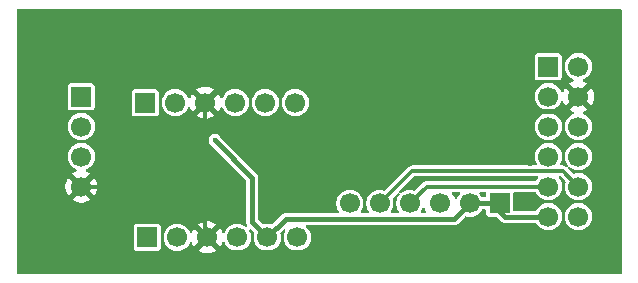
<source format=gbr>
%TF.GenerationSoftware,KiCad,Pcbnew,9.0.5*%
%TF.CreationDate,2025-11-06T16:03:36+09:00*%
%TF.ProjectId,________1,d6ecc3c9-dcfc-4c95-9f31-2e6b69636164,rev?*%
%TF.SameCoordinates,Original*%
%TF.FileFunction,Copper,L2,Bot*%
%TF.FilePolarity,Positive*%
%FSLAX46Y46*%
G04 Gerber Fmt 4.6, Leading zero omitted, Abs format (unit mm)*
G04 Created by KiCad (PCBNEW 9.0.5) date 2025-11-06 16:03:36*
%MOMM*%
%LPD*%
G01*
G04 APERTURE LIST*
%TA.AperFunction,ComponentPad*%
%ADD10R,1.700000X1.700000*%
%TD*%
%TA.AperFunction,ComponentPad*%
%ADD11C,1.700000*%
%TD*%
%TA.AperFunction,ViaPad*%
%ADD12C,0.450000*%
%TD*%
%TA.AperFunction,Conductor*%
%ADD13C,0.400000*%
%TD*%
%TA.AperFunction,Conductor*%
%ADD14C,0.300000*%
%TD*%
G04 APERTURE END LIST*
D10*
%TO.P,J2,1,Pin_1*%
%TO.N,/3V3_AS0*%
X140065000Y-92820000D03*
D11*
%TO.P,J2,2,Pin_2*%
X142605000Y-92820000D03*
%TO.P,J2,3,Pin_3*%
%TO.N,/DC_GND*%
X145145000Y-92820000D03*
%TO.P,J2,4,Pin_4*%
%TO.N,/SCL_AS1*%
X147685000Y-92820000D03*
%TO.P,J2,5,Pin_5*%
%TO.N,/SDA_AS1*%
X150225000Y-92820000D03*
%TO.P,J2,6,Pin_6*%
%TO.N,unconnected-(J2-Pin_6-Pad6)*%
X152765000Y-92820000D03*
%TD*%
%TO.P,J1,4,Pin_4*%
%TO.N,/DC_GND*%
X134650000Y-99930000D03*
%TO.P,J1,3,Pin_3*%
%TO.N,/SDA_AS1*%
X134650000Y-97390000D03*
%TO.P,J1,2,Pin_2*%
%TO.N,/3V3_AS0*%
X134650000Y-94850000D03*
D10*
%TO.P,J1,1,Pin_1*%
%TO.N,/SCL_AS1*%
X134650000Y-92310000D03*
%TD*%
D11*
%TO.P,J3,6,Pin_6*%
%TO.N,/MISO_SD1*%
X152930000Y-104230000D03*
%TO.P,J3,5,Pin_5*%
%TO.N,/3V3_AS0*%
X150390000Y-104230000D03*
%TO.P,J3,4,Pin_4*%
%TO.N,/CLK_SD1*%
X147850000Y-104230000D03*
%TO.P,J3,3,Pin_3*%
%TO.N,/DC_GND*%
X145310000Y-104230000D03*
%TO.P,J3,2,Pin_2*%
%TO.N,/MOSI_SD1*%
X142770000Y-104230000D03*
D10*
%TO.P,J3,1,Pin_1*%
%TO.N,/CS_SD1*%
X140230000Y-104230000D03*
%TD*%
%TO.P,J5,1,Pin_1*%
%TO.N,/SCL_AS1*%
X174190000Y-89770000D03*
D11*
%TO.P,J5,2,Pin_2*%
%TO.N,unconnected-(J5-Pin_2-Pad2)*%
X176730000Y-89770000D03*
%TO.P,J5,3,Pin_3*%
%TO.N,/SDA_AS1*%
X174190000Y-92310000D03*
%TO.P,J5,4,Pin_4*%
%TO.N,/DC_GND*%
X176730000Y-92310000D03*
%TO.P,J5,5,Pin_5*%
%TO.N,/CLK_SD1*%
X174190000Y-94850000D03*
%TO.P,J5,6,Pin_6*%
%TO.N,/MISO_SD1*%
X176730000Y-94850000D03*
%TO.P,J5,7,Pin_7*%
%TO.N,/MOSI_SD1*%
X174190000Y-97390000D03*
%TO.P,J5,8,Pin_8*%
%TO.N,unconnected-(J5-Pin_8-Pad8)*%
X176730000Y-97390000D03*
%TO.P,J5,9,Pin_9*%
%TO.N,/SCL_AS0*%
X174190000Y-99930000D03*
%TO.P,J5,10,Pin_10*%
%TO.N,/SDA_AS0*%
X176730000Y-99930000D03*
%TO.P,J5,11,Pin_11*%
%TO.N,/3V3_AS0*%
X174190000Y-102470000D03*
%TO.P,J5,12,Pin_12*%
%TO.N,/CS_SD1*%
X176730000Y-102470000D03*
%TD*%
D10*
%TO.P,J4,1,Pin_1*%
%TO.N,/3V3_AS0*%
X170075000Y-101350000D03*
D11*
%TO.P,J4,2,Pin_2*%
X167535000Y-101350000D03*
%TO.P,J4,3,Pin_3*%
%TO.N,/DC_GND*%
X164995000Y-101350000D03*
%TO.P,J4,4,Pin_4*%
%TO.N,/SCL_AS0*%
X162455000Y-101350000D03*
%TO.P,J4,5,Pin_5*%
%TO.N,/SDA_AS0*%
X159915000Y-101350000D03*
%TO.P,J4,6,Pin_6*%
%TO.N,unconnected-(J4-Pin_6-Pad6)*%
X157375000Y-101350000D03*
%TD*%
D12*
%TO.N,/DC_GND*%
X174800000Y-86300000D03*
X165300000Y-86225000D03*
X142725000Y-85925000D03*
X154225000Y-86350000D03*
X179675000Y-103725000D03*
X179700000Y-99425000D03*
X179750000Y-95350000D03*
X179725000Y-91100000D03*
X179675000Y-86475000D03*
X169575000Y-86200000D03*
X160925000Y-86250000D03*
X147925000Y-86075000D03*
X138575000Y-85800000D03*
X164375000Y-89075000D03*
X157300000Y-89050000D03*
X150600000Y-89050000D03*
X145525000Y-89650000D03*
X140600000Y-89575000D03*
X136375000Y-89600000D03*
X172750000Y-89025000D03*
X177900000Y-88700000D03*
X175675000Y-88750000D03*
X177775000Y-90950000D03*
X175425000Y-91175000D03*
X177750000Y-93750000D03*
X175482500Y-93557500D03*
X177550000Y-96125000D03*
X177775000Y-98700000D03*
X177825000Y-101250000D03*
X175450000Y-101250000D03*
X173200000Y-101175000D03*
X169525000Y-99225000D03*
X164475000Y-99225000D03*
X167110000Y-99235000D03*
X171700000Y-99250000D03*
X162325000Y-99950000D03*
X170925000Y-96850000D03*
X172650000Y-97975000D03*
X159750000Y-98550000D03*
X157500000Y-98425000D03*
X160350000Y-99975000D03*
X165475000Y-96775000D03*
X162400000Y-97850000D03*
X158675000Y-100575000D03*
X158975000Y-96850000D03*
X155775000Y-100150000D03*
X155950000Y-101850000D03*
X153975000Y-101925000D03*
X156600000Y-96925000D03*
X155275000Y-98175000D03*
X153725000Y-99725000D03*
X152200000Y-101275000D03*
X150450000Y-102800000D03*
X169625000Y-95475000D03*
X165500000Y-95475000D03*
X161175000Y-95475000D03*
X157550000Y-95550000D03*
X172975000Y-95500000D03*
X177000000Y-107050000D03*
X174825000Y-105525000D03*
X180100000Y-107100000D03*
X176425000Y-103875000D03*
X173225000Y-107100000D03*
X174325000Y-103875000D03*
X172850000Y-103225000D03*
X171775000Y-103750000D03*
X173525000Y-104650000D03*
X170900000Y-104700000D03*
X172575000Y-105500000D03*
X169850000Y-105575000D03*
X171725000Y-106400000D03*
X167475000Y-106425000D03*
X163850000Y-106450000D03*
X160625000Y-106425000D03*
X157075000Y-106450000D03*
X153400000Y-106350000D03*
X149350000Y-106375000D03*
X145675000Y-106375000D03*
X167225000Y-102725000D03*
X170100000Y-103125000D03*
X168625000Y-102250000D03*
X167425000Y-104850000D03*
X165800000Y-103550000D03*
X162650000Y-103550000D03*
X161075000Y-104700000D03*
X159400000Y-103500000D03*
X157925000Y-104875000D03*
X156500000Y-103500000D03*
X154250000Y-103500000D03*
X154250000Y-104775000D03*
X170075000Y-90475000D03*
X167850000Y-91000000D03*
X165400000Y-90425000D03*
X162925000Y-90950000D03*
X160900000Y-90450000D03*
X158475000Y-90975000D03*
X156250000Y-90500000D03*
X153925000Y-90975000D03*
X151800000Y-90475000D03*
X150175000Y-91375000D03*
X172775000Y-90625000D03*
X173325000Y-93561000D03*
X171425000Y-92325000D03*
X169625000Y-94150000D03*
X167700000Y-92375000D03*
X165550000Y-94150000D03*
X163475000Y-92325000D03*
X161175000Y-94100000D03*
X158700000Y-92325000D03*
X149875000Y-98850000D03*
X152475000Y-96250000D03*
X150500000Y-95650000D03*
X153900000Y-93850000D03*
X154250000Y-96525000D03*
X152125000Y-98675000D03*
X156800000Y-94075000D03*
X154250000Y-92375000D03*
X151500000Y-93500000D03*
X149925000Y-101175000D03*
X148575000Y-97500000D03*
X147650000Y-94600000D03*
X146525000Y-95400000D03*
X148675000Y-95175000D03*
X147575000Y-96425000D03*
X148925000Y-93550000D03*
X145525000Y-94425000D03*
X146550000Y-93700000D03*
X147675000Y-91400000D03*
X144925000Y-91150000D03*
X143750000Y-91750000D03*
X141450000Y-91725000D03*
X138925000Y-91250000D03*
X137900000Y-92100000D03*
X136725000Y-91300000D03*
X136025000Y-92425000D03*
X141475000Y-93700000D03*
X139725000Y-94550000D03*
X141550000Y-94500000D03*
X143420000Y-94545000D03*
X145145000Y-96625000D03*
X144375000Y-95550000D03*
X143600000Y-96575000D03*
X141395000Y-96570000D03*
X142470000Y-95495000D03*
X139825000Y-96650000D03*
X140450000Y-95425000D03*
X137775000Y-96550000D03*
X138825000Y-95425000D03*
X136975000Y-95325000D03*
X137875000Y-94525000D03*
X138725000Y-93675000D03*
X136100000Y-94550000D03*
X135975000Y-96625000D03*
X137000000Y-93650000D03*
X135325000Y-96100000D03*
X136175000Y-105475000D03*
X137725000Y-104150000D03*
X138875000Y-105400000D03*
X142725000Y-105675000D03*
X140625000Y-105675000D03*
X136200000Y-102800000D03*
X139300000Y-102500000D03*
X142525000Y-102475000D03*
X145145000Y-102425000D03*
X146950000Y-101150000D03*
X143925000Y-101000000D03*
X141000000Y-100975000D03*
X137550000Y-100850000D03*
X136200000Y-99930000D03*
X139300000Y-99350000D03*
X142525000Y-99375000D03*
X145550000Y-99350000D03*
X143900000Y-98225000D03*
X141075000Y-98150000D03*
X137650000Y-98225000D03*
X135650000Y-98550000D03*
X141650000Y-103225000D03*
X143925000Y-103325000D03*
X146675000Y-103400000D03*
X148275000Y-102800000D03*
X148325000Y-99500000D03*
X146975000Y-98100000D03*
X164175000Y-104825000D03*
X168960000Y-97385000D03*
%TO.N,/3V3_AS0*%
X145950000Y-96000000D03*
%TD*%
D13*
%TO.N,/DC_GND*%
X175482500Y-93557500D02*
X176730000Y-92310000D01*
X173325000Y-93561000D02*
X175479000Y-93561000D01*
D14*
X143420000Y-94545000D02*
X145145000Y-92820000D01*
X145145000Y-96625000D02*
X145145000Y-102425000D01*
X141395000Y-96570000D02*
X142470000Y-95495000D01*
X142470000Y-95495000D02*
X143420000Y-94545000D01*
X145145000Y-102425000D02*
X145145000Y-104065000D01*
X136200000Y-99930000D02*
X138035000Y-99930000D01*
X163569000Y-105431000D02*
X164175000Y-104825000D01*
X146511000Y-105431000D02*
X163569000Y-105431000D01*
X145310000Y-104230000D02*
X146511000Y-105431000D01*
D13*
X172814000Y-93561000D02*
X173325000Y-93561000D01*
X168990000Y-97385000D02*
X172814000Y-93561000D01*
X168960000Y-97385000D02*
X168990000Y-97385000D01*
X175479000Y-93561000D02*
X175482500Y-93557500D01*
%TO.N,/3V3_AS0*%
X149125000Y-99175000D02*
X149125000Y-102965000D01*
X145950000Y-96000000D02*
X149125000Y-99175000D01*
X149125000Y-102965000D02*
X150390000Y-104230000D01*
X166210000Y-102675000D02*
X167535000Y-101350000D01*
X151945000Y-102675000D02*
X166210000Y-102675000D01*
X150390000Y-104230000D02*
X151945000Y-102675000D01*
D14*
%TO.N,/SDA_AS0*%
X175391000Y-98591000D02*
X176730000Y-99930000D01*
X162674000Y-98591000D02*
X175391000Y-98591000D01*
X159915000Y-101350000D02*
X162674000Y-98591000D01*
%TO.N,/SCL_AS0*%
X162455000Y-101350000D02*
X163875000Y-99930000D01*
X163875000Y-99930000D02*
X174190000Y-99930000D01*
D13*
%TO.N,/3V3_AS0*%
X167535000Y-101350000D02*
X170075000Y-101350000D01*
X174185000Y-102475000D02*
X174190000Y-102470000D01*
X170075000Y-102050000D02*
X170500000Y-102475000D01*
X170500000Y-102475000D02*
X174185000Y-102475000D01*
X170075000Y-101350000D02*
X170075000Y-102050000D01*
D14*
%TO.N,/DC_GND*%
X145145000Y-104065000D02*
X145310000Y-104230000D01*
X145145000Y-92820000D02*
X145145000Y-96625000D01*
X138035000Y-99930000D02*
X141395000Y-96570000D01*
X134650000Y-99930000D02*
X136200000Y-99930000D01*
%TD*%
%TA.AperFunction,Conductor*%
%TO.N,/DC_GND*%
G36*
X180358691Y-84889407D02*
G01*
X180394655Y-84938907D01*
X180399500Y-84969500D01*
X180399500Y-107270500D01*
X180380593Y-107328691D01*
X180331093Y-107364655D01*
X180300500Y-107369500D01*
X129299500Y-107369500D01*
X129241309Y-107350593D01*
X129205345Y-107301093D01*
X129200500Y-107270500D01*
X129200500Y-103335130D01*
X139079500Y-103335130D01*
X139079500Y-105124860D01*
X139079501Y-105124863D01*
X139082414Y-105149990D01*
X139107756Y-105207385D01*
X139127794Y-105252765D01*
X139207235Y-105332206D01*
X139310009Y-105377585D01*
X139335135Y-105380500D01*
X141124864Y-105380499D01*
X141149991Y-105377585D01*
X141252765Y-105332206D01*
X141332206Y-105252765D01*
X141377585Y-105149991D01*
X141380500Y-105124865D01*
X141380499Y-104139450D01*
X141619500Y-104139450D01*
X141619500Y-104320549D01*
X141647828Y-104499406D01*
X141703788Y-104671637D01*
X141742806Y-104748215D01*
X141786004Y-104832994D01*
X141892447Y-104979501D01*
X142020499Y-105107553D01*
X142167006Y-105213996D01*
X142328361Y-105296211D01*
X142500591Y-105352171D01*
X142572136Y-105363502D01*
X142679451Y-105380500D01*
X142679454Y-105380500D01*
X142860549Y-105380500D01*
X142949977Y-105366335D01*
X143039409Y-105352171D01*
X143211639Y-105296211D01*
X143211642Y-105296209D01*
X143211646Y-105296208D01*
X143315608Y-105243235D01*
X143362527Y-105219329D01*
X143362530Y-105219328D01*
X143366166Y-105217474D01*
X143372994Y-105213996D01*
X143519501Y-105107553D01*
X143647553Y-104979501D01*
X143753996Y-104832994D01*
X143836211Y-104671639D01*
X143840962Y-104657018D01*
X143876924Y-104607517D01*
X143935115Y-104588608D01*
X143993306Y-104607514D01*
X144029271Y-104657013D01*
X144029272Y-104657015D01*
X144058904Y-104748215D01*
X144155376Y-104937553D01*
X144155380Y-104937559D01*
X144194728Y-104991716D01*
X144194729Y-104991716D01*
X144827037Y-104359407D01*
X144844075Y-104422993D01*
X144909901Y-104537007D01*
X145002993Y-104630099D01*
X145117007Y-104695925D01*
X145180589Y-104712962D01*
X144548282Y-105345269D01*
X144548282Y-105345270D01*
X144602440Y-105384619D01*
X144602446Y-105384623D01*
X144791784Y-105481095D01*
X144993878Y-105546759D01*
X145203750Y-105580000D01*
X145416250Y-105580000D01*
X145626121Y-105546759D01*
X145828215Y-105481095D01*
X146017556Y-105384620D01*
X146071716Y-105345270D01*
X145439408Y-104712962D01*
X145502993Y-104695925D01*
X145617007Y-104630099D01*
X145710099Y-104537007D01*
X145775925Y-104422993D01*
X145792962Y-104359408D01*
X146425270Y-104991716D01*
X146464620Y-104937556D01*
X146561096Y-104748213D01*
X146590727Y-104657016D01*
X146626690Y-104607516D01*
X146684881Y-104588608D01*
X146743072Y-104607515D01*
X146779036Y-104657013D01*
X146783788Y-104671637D01*
X146822806Y-104748215D01*
X146866004Y-104832994D01*
X146972447Y-104979501D01*
X147100499Y-105107553D01*
X147247006Y-105213996D01*
X147408361Y-105296211D01*
X147580591Y-105352171D01*
X147652136Y-105363502D01*
X147759451Y-105380500D01*
X147759454Y-105380500D01*
X147940549Y-105380500D01*
X148029977Y-105366335D01*
X148119409Y-105352171D01*
X148291639Y-105296211D01*
X148452994Y-105213996D01*
X148599501Y-105107553D01*
X148727553Y-104979501D01*
X148833996Y-104832994D01*
X148916211Y-104671639D01*
X148972171Y-104499409D01*
X149000500Y-104320546D01*
X149000500Y-104139454D01*
X149000500Y-104139450D01*
X148981614Y-104020212D01*
X148972171Y-103960591D01*
X148916211Y-103788361D01*
X148863049Y-103684025D01*
X148853478Y-103623593D01*
X148881255Y-103569076D01*
X148935772Y-103541299D01*
X148996204Y-103550870D01*
X149021263Y-103569077D01*
X149260477Y-103808292D01*
X149288254Y-103862808D01*
X149284628Y-103908887D01*
X149267828Y-103960593D01*
X149239500Y-104139450D01*
X149239500Y-104320549D01*
X149267828Y-104499406D01*
X149323788Y-104671637D01*
X149362806Y-104748215D01*
X149406004Y-104832994D01*
X149512447Y-104979501D01*
X149640499Y-105107553D01*
X149787006Y-105213996D01*
X149948361Y-105296211D01*
X150120591Y-105352171D01*
X150192136Y-105363502D01*
X150299451Y-105380500D01*
X150299454Y-105380500D01*
X150480549Y-105380500D01*
X150569977Y-105366335D01*
X150659409Y-105352171D01*
X150831639Y-105296211D01*
X150992994Y-105213996D01*
X151139501Y-105107553D01*
X151267553Y-104979501D01*
X151373996Y-104832994D01*
X151456211Y-104671639D01*
X151512171Y-104499409D01*
X151540500Y-104320546D01*
X151540500Y-104139454D01*
X151540500Y-104139450D01*
X151512172Y-103960595D01*
X151499954Y-103922993D01*
X151495371Y-103908886D01*
X151495371Y-103847702D01*
X151519520Y-103808292D01*
X151758738Y-103569074D01*
X151813253Y-103541299D01*
X151873685Y-103550870D01*
X151916950Y-103594135D01*
X151926521Y-103654567D01*
X151916950Y-103684024D01*
X151863789Y-103788358D01*
X151863789Y-103788359D01*
X151807828Y-103960593D01*
X151779500Y-104139450D01*
X151779500Y-104320549D01*
X151807828Y-104499406D01*
X151863788Y-104671637D01*
X151902806Y-104748215D01*
X151946004Y-104832994D01*
X152052447Y-104979501D01*
X152180499Y-105107553D01*
X152327006Y-105213996D01*
X152488361Y-105296211D01*
X152660591Y-105352171D01*
X152732136Y-105363502D01*
X152839451Y-105380500D01*
X152839454Y-105380500D01*
X153020549Y-105380500D01*
X153109977Y-105366335D01*
X153199409Y-105352171D01*
X153371639Y-105296211D01*
X153532994Y-105213996D01*
X153679501Y-105107553D01*
X153807553Y-104979501D01*
X153913996Y-104832994D01*
X153996211Y-104671639D01*
X154052171Y-104499409D01*
X154080500Y-104320546D01*
X154080500Y-104139454D01*
X154080500Y-104139450D01*
X154061614Y-104020212D01*
X154052171Y-103960591D01*
X153996211Y-103788361D01*
X153913996Y-103627006D01*
X153807553Y-103480499D01*
X153679501Y-103352447D01*
X153679495Y-103352442D01*
X153676548Y-103349926D01*
X153677904Y-103348337D01*
X153646484Y-103305077D01*
X153646495Y-103243891D01*
X153682467Y-103194397D01*
X153740644Y-103175500D01*
X166275890Y-103175500D01*
X166275892Y-103175500D01*
X166403186Y-103141392D01*
X166403188Y-103141390D01*
X166403190Y-103141390D01*
X166517309Y-103075503D01*
X166517309Y-103075502D01*
X166517314Y-103075500D01*
X167113292Y-102479520D01*
X167167807Y-102451745D01*
X167213885Y-102455370D01*
X167265591Y-102472171D01*
X167265592Y-102472171D01*
X167265595Y-102472172D01*
X167444451Y-102500500D01*
X167444454Y-102500500D01*
X167625549Y-102500500D01*
X167714977Y-102486335D01*
X167804409Y-102472171D01*
X167976639Y-102416211D01*
X168137994Y-102333996D01*
X168284501Y-102227553D01*
X168412553Y-102099501D01*
X168518996Y-101952994D01*
X168543677Y-101904554D01*
X168560068Y-101888163D01*
X168573696Y-101869407D01*
X168581293Y-101866938D01*
X168586942Y-101861290D01*
X168631887Y-101850500D01*
X168825501Y-101850500D01*
X168883692Y-101869407D01*
X168919656Y-101918907D01*
X168924501Y-101949500D01*
X168924501Y-102244863D01*
X168927414Y-102269990D01*
X168952756Y-102327385D01*
X168972794Y-102372765D01*
X169052235Y-102452206D01*
X169155009Y-102497585D01*
X169180135Y-102500500D01*
X169776677Y-102500499D01*
X169834868Y-102519406D01*
X169846681Y-102529495D01*
X170099500Y-102782314D01*
X170099499Y-102782314D01*
X170192685Y-102875499D01*
X170192690Y-102875503D01*
X170306810Y-102941390D01*
X170306808Y-102941390D01*
X170306812Y-102941391D01*
X170306814Y-102941392D01*
X170434108Y-102975500D01*
X173095661Y-102975500D01*
X173153852Y-102994407D01*
X173183871Y-103029555D01*
X173206002Y-103072992D01*
X173225971Y-103100477D01*
X173312447Y-103219501D01*
X173440499Y-103347553D01*
X173587006Y-103453996D01*
X173748361Y-103536211D01*
X173920591Y-103592171D01*
X173992136Y-103603502D01*
X174099451Y-103620500D01*
X174099454Y-103620500D01*
X174280549Y-103620500D01*
X174369977Y-103606335D01*
X174459409Y-103592171D01*
X174631639Y-103536211D01*
X174792994Y-103453996D01*
X174939501Y-103347553D01*
X175067553Y-103219501D01*
X175173996Y-103072994D01*
X175256211Y-102911639D01*
X175312171Y-102739409D01*
X175340500Y-102560546D01*
X175340500Y-102379454D01*
X175340500Y-102379450D01*
X175579500Y-102379450D01*
X175579500Y-102560549D01*
X175607828Y-102739406D01*
X175663788Y-102911637D01*
X175724551Y-103030892D01*
X175746004Y-103072994D01*
X175852447Y-103219501D01*
X175980499Y-103347553D01*
X176127006Y-103453996D01*
X176288361Y-103536211D01*
X176460591Y-103592171D01*
X176532136Y-103603502D01*
X176639451Y-103620500D01*
X176639454Y-103620500D01*
X176820549Y-103620500D01*
X176909977Y-103606335D01*
X176999409Y-103592171D01*
X177171639Y-103536211D01*
X177332994Y-103453996D01*
X177479501Y-103347553D01*
X177607553Y-103219501D01*
X177713996Y-103072994D01*
X177796211Y-102911639D01*
X177852171Y-102739409D01*
X177880500Y-102560546D01*
X177880500Y-102379454D01*
X177880500Y-102379450D01*
X177853441Y-102208609D01*
X177852171Y-102200591D01*
X177796211Y-102028361D01*
X177713996Y-101867006D01*
X177607553Y-101720499D01*
X177479501Y-101592447D01*
X177332994Y-101486004D01*
X177332993Y-101486003D01*
X177332991Y-101486002D01*
X177171637Y-101403788D01*
X176999406Y-101347828D01*
X176820549Y-101319500D01*
X176820546Y-101319500D01*
X176639454Y-101319500D01*
X176639451Y-101319500D01*
X176460593Y-101347828D01*
X176288362Y-101403788D01*
X176127008Y-101486002D01*
X176053752Y-101539225D01*
X175980499Y-101592447D01*
X175852447Y-101720499D01*
X175800761Y-101791639D01*
X175746002Y-101867008D01*
X175663788Y-102028362D01*
X175607828Y-102200593D01*
X175579500Y-102379450D01*
X175340500Y-102379450D01*
X175313441Y-102208609D01*
X175312171Y-102200591D01*
X175256211Y-102028361D01*
X175173996Y-101867006D01*
X175067553Y-101720499D01*
X174939501Y-101592447D01*
X174792994Y-101486004D01*
X174792993Y-101486003D01*
X174792991Y-101486002D01*
X174631637Y-101403788D01*
X174459406Y-101347828D01*
X174280549Y-101319500D01*
X174280546Y-101319500D01*
X174099454Y-101319500D01*
X174099451Y-101319500D01*
X173920593Y-101347828D01*
X173748362Y-101403788D01*
X173587008Y-101486002D01*
X173513752Y-101539225D01*
X173440499Y-101592447D01*
X173312447Y-101720499D01*
X173280825Y-101764023D01*
X173206001Y-101867009D01*
X173206000Y-101867011D01*
X173178774Y-101920446D01*
X173135510Y-101963710D01*
X173090565Y-101974500D01*
X171324500Y-101974500D01*
X171266309Y-101955593D01*
X171230345Y-101906093D01*
X171225500Y-101875500D01*
X171225499Y-100479500D01*
X171244406Y-100421309D01*
X171293906Y-100385345D01*
X171324499Y-100380500D01*
X173067637Y-100380500D01*
X173125828Y-100399407D01*
X173155845Y-100434553D01*
X173206004Y-100532994D01*
X173312447Y-100679501D01*
X173440499Y-100807553D01*
X173587006Y-100913996D01*
X173748361Y-100996211D01*
X173920591Y-101052171D01*
X173992136Y-101063502D01*
X174099451Y-101080500D01*
X174099454Y-101080500D01*
X174280549Y-101080500D01*
X174369977Y-101066335D01*
X174459409Y-101052171D01*
X174631639Y-100996211D01*
X174792994Y-100913996D01*
X174939501Y-100807553D01*
X175067553Y-100679501D01*
X175173996Y-100532994D01*
X175256211Y-100371639D01*
X175312171Y-100199409D01*
X175340500Y-100020546D01*
X175340500Y-99839454D01*
X175340500Y-99839450D01*
X175312171Y-99660593D01*
X175312171Y-99660591D01*
X175256211Y-99488361D01*
X175173996Y-99327006D01*
X175080768Y-99198688D01*
X175075923Y-99183778D01*
X175066707Y-99171093D01*
X175066707Y-99155411D01*
X175061862Y-99140500D01*
X175066707Y-99125588D01*
X175066707Y-99109907D01*
X175075923Y-99097221D01*
X175080769Y-99082309D01*
X175093454Y-99073092D01*
X175102671Y-99060407D01*
X175117583Y-99055561D01*
X175130269Y-99046345D01*
X175160862Y-99041500D01*
X175163389Y-99041500D01*
X175221580Y-99060407D01*
X175233393Y-99070496D01*
X175617817Y-99454920D01*
X175645594Y-99509437D01*
X175641968Y-99555515D01*
X175607829Y-99660587D01*
X175607827Y-99660598D01*
X175579500Y-99839450D01*
X175579500Y-100020549D01*
X175607828Y-100199406D01*
X175663788Y-100371637D01*
X175721474Y-100484853D01*
X175746004Y-100532994D01*
X175852447Y-100679501D01*
X175980499Y-100807553D01*
X176127006Y-100913996D01*
X176288361Y-100996211D01*
X176460591Y-101052171D01*
X176532136Y-101063502D01*
X176639451Y-101080500D01*
X176639454Y-101080500D01*
X176820549Y-101080500D01*
X176909977Y-101066335D01*
X176999409Y-101052171D01*
X177171639Y-100996211D01*
X177332994Y-100913996D01*
X177479501Y-100807553D01*
X177607553Y-100679501D01*
X177713996Y-100532994D01*
X177796211Y-100371639D01*
X177852171Y-100199409D01*
X177880500Y-100020546D01*
X177880500Y-99839454D01*
X177880500Y-99839450D01*
X177852171Y-99660593D01*
X177852171Y-99660591D01*
X177796211Y-99488361D01*
X177713996Y-99327006D01*
X177607553Y-99180499D01*
X177479501Y-99052447D01*
X177332994Y-98946004D01*
X177332993Y-98946003D01*
X177332991Y-98946002D01*
X177171637Y-98863788D01*
X176999406Y-98807828D01*
X176820549Y-98779500D01*
X176820546Y-98779500D01*
X176639454Y-98779500D01*
X176639451Y-98779500D01*
X176460598Y-98807827D01*
X176460587Y-98807829D01*
X176355515Y-98841968D01*
X176294330Y-98841967D01*
X176254921Y-98817817D01*
X175861253Y-98424150D01*
X175833475Y-98369633D01*
X175843046Y-98309201D01*
X175886311Y-98265936D01*
X175946743Y-98256365D01*
X175989443Y-98274051D01*
X176127006Y-98373996D01*
X176288361Y-98456211D01*
X176460591Y-98512171D01*
X176532136Y-98523502D01*
X176639451Y-98540500D01*
X176639454Y-98540500D01*
X176820549Y-98540500D01*
X176909977Y-98526335D01*
X176999409Y-98512171D01*
X177171639Y-98456211D01*
X177332994Y-98373996D01*
X177479501Y-98267553D01*
X177607553Y-98139501D01*
X177713996Y-97992994D01*
X177796211Y-97831639D01*
X177852171Y-97659409D01*
X177880500Y-97480546D01*
X177880500Y-97299454D01*
X177880500Y-97299450D01*
X177852171Y-97120593D01*
X177852171Y-97120591D01*
X177796211Y-96948361D01*
X177713996Y-96787006D01*
X177607553Y-96640499D01*
X177479501Y-96512447D01*
X177332994Y-96406004D01*
X177332993Y-96406003D01*
X177332991Y-96406002D01*
X177171637Y-96323788D01*
X176999406Y-96267828D01*
X176820549Y-96239500D01*
X176820546Y-96239500D01*
X176639454Y-96239500D01*
X176639451Y-96239500D01*
X176460593Y-96267828D01*
X176288362Y-96323788D01*
X176127008Y-96406002D01*
X176053752Y-96459225D01*
X175980499Y-96512447D01*
X175852447Y-96640499D01*
X175799225Y-96713752D01*
X175746002Y-96787008D01*
X175663788Y-96948362D01*
X175607828Y-97120593D01*
X175579500Y-97299450D01*
X175579500Y-97480549D01*
X175607828Y-97659406D01*
X175607829Y-97659409D01*
X175663789Y-97831639D01*
X175746004Y-97992994D01*
X175845947Y-98130555D01*
X175864854Y-98188744D01*
X175845947Y-98246935D01*
X175796447Y-98282899D01*
X175735261Y-98282899D01*
X175695852Y-98258749D01*
X175667614Y-98230511D01*
X175667611Y-98230509D01*
X175667609Y-98230507D01*
X175564890Y-98171202D01*
X175564886Y-98171200D01*
X175540673Y-98164712D01*
X175540673Y-98164713D01*
X175450309Y-98140500D01*
X175450307Y-98140500D01*
X175260382Y-98140500D01*
X175202191Y-98121593D01*
X175166227Y-98072093D01*
X175166227Y-98010907D01*
X175172750Y-97996725D01*
X175172230Y-97996460D01*
X175174350Y-97992297D01*
X175256211Y-97831639D01*
X175312171Y-97659409D01*
X175340500Y-97480546D01*
X175340500Y-97299454D01*
X175340500Y-97299450D01*
X175312171Y-97120593D01*
X175312171Y-97120591D01*
X175256211Y-96948361D01*
X175173996Y-96787006D01*
X175067553Y-96640499D01*
X174939501Y-96512447D01*
X174792994Y-96406004D01*
X174792993Y-96406003D01*
X174792991Y-96406002D01*
X174631637Y-96323788D01*
X174459406Y-96267828D01*
X174280549Y-96239500D01*
X174280546Y-96239500D01*
X174099454Y-96239500D01*
X174099451Y-96239500D01*
X173920593Y-96267828D01*
X173748362Y-96323788D01*
X173587008Y-96406002D01*
X173513752Y-96459225D01*
X173440499Y-96512447D01*
X173312447Y-96640499D01*
X173259225Y-96713752D01*
X173206002Y-96787008D01*
X173123788Y-96948362D01*
X173067828Y-97120593D01*
X173039500Y-97299450D01*
X173039500Y-97480549D01*
X173067828Y-97659406D01*
X173123788Y-97831637D01*
X173207770Y-97996460D01*
X173205902Y-97997411D01*
X173218300Y-98049431D01*
X173194792Y-98105920D01*
X173142570Y-98137803D01*
X173119618Y-98140500D01*
X162614691Y-98140500D01*
X162569508Y-98152606D01*
X162524325Y-98164713D01*
X162524324Y-98164712D01*
X162500112Y-98171201D01*
X162500109Y-98171202D01*
X162397390Y-98230507D01*
X162397389Y-98230508D01*
X160390078Y-100237817D01*
X160335561Y-100265594D01*
X160289482Y-100261968D01*
X160184406Y-100227828D01*
X160005549Y-100199500D01*
X160005546Y-100199500D01*
X159824454Y-100199500D01*
X159824451Y-100199500D01*
X159645593Y-100227828D01*
X159473362Y-100283788D01*
X159312008Y-100366002D01*
X159270823Y-100395925D01*
X159165499Y-100472447D01*
X159037447Y-100600499D01*
X159006970Y-100642447D01*
X158931002Y-100747008D01*
X158848788Y-100908362D01*
X158792828Y-101080593D01*
X158764500Y-101259450D01*
X158764500Y-101440549D01*
X158792828Y-101619406D01*
X158848788Y-101791637D01*
X158929223Y-101949500D01*
X158931004Y-101952994D01*
X158977732Y-102017310D01*
X158996639Y-102075500D01*
X158977732Y-102133691D01*
X158928232Y-102169655D01*
X158897639Y-102174500D01*
X158392361Y-102174500D01*
X158334170Y-102155593D01*
X158298206Y-102106093D01*
X158298206Y-102044907D01*
X158312266Y-102017312D01*
X158358996Y-101952994D01*
X158441211Y-101791639D01*
X158497171Y-101619409D01*
X158525500Y-101440546D01*
X158525500Y-101259454D01*
X158525500Y-101259450D01*
X158506614Y-101140212D01*
X158497171Y-101080591D01*
X158441211Y-100908361D01*
X158358996Y-100747006D01*
X158252553Y-100600499D01*
X158124501Y-100472447D01*
X157977994Y-100366004D01*
X157977993Y-100366003D01*
X157977991Y-100366002D01*
X157816637Y-100283788D01*
X157644406Y-100227828D01*
X157465549Y-100199500D01*
X157465546Y-100199500D01*
X157284454Y-100199500D01*
X157284451Y-100199500D01*
X157105593Y-100227828D01*
X156933362Y-100283788D01*
X156772008Y-100366002D01*
X156730823Y-100395925D01*
X156625499Y-100472447D01*
X156497447Y-100600499D01*
X156466970Y-100642447D01*
X156391002Y-100747008D01*
X156308788Y-100908362D01*
X156252828Y-101080593D01*
X156224500Y-101259450D01*
X156224500Y-101440549D01*
X156252828Y-101619406D01*
X156308788Y-101791637D01*
X156389223Y-101949500D01*
X156391004Y-101952994D01*
X156437732Y-102017310D01*
X156456639Y-102075500D01*
X156437732Y-102133691D01*
X156388232Y-102169655D01*
X156357639Y-102174500D01*
X152010892Y-102174500D01*
X151879107Y-102174500D01*
X151801200Y-102195374D01*
X151751809Y-102208609D01*
X151637690Y-102274496D01*
X151637685Y-102274500D01*
X150811707Y-103100477D01*
X150757191Y-103128254D01*
X150711112Y-103124628D01*
X150659406Y-103107828D01*
X150480549Y-103079500D01*
X150480546Y-103079500D01*
X150299454Y-103079500D01*
X150299451Y-103079500D01*
X150120593Y-103107828D01*
X150068887Y-103124628D01*
X150007702Y-103124627D01*
X149968291Y-103100477D01*
X149654496Y-102786682D01*
X149626719Y-102732165D01*
X149625500Y-102716678D01*
X149625500Y-99109109D01*
X149618319Y-99082309D01*
X149591392Y-98981814D01*
X149591390Y-98981811D01*
X149591390Y-98981809D01*
X149525503Y-98867690D01*
X149525499Y-98867685D01*
X149432314Y-98774499D01*
X149432314Y-98774500D01*
X146428016Y-95770202D01*
X146412284Y-95749698D01*
X146370506Y-95677337D01*
X146370505Y-95677335D01*
X146272665Y-95579495D01*
X146152836Y-95510312D01*
X146019183Y-95474500D01*
X145880817Y-95474500D01*
X145747164Y-95510312D01*
X145627335Y-95579495D01*
X145529495Y-95677335D01*
X145460312Y-95797164D01*
X145424500Y-95930817D01*
X145424500Y-96069183D01*
X145460312Y-96202836D01*
X145529495Y-96322665D01*
X145627335Y-96420505D01*
X145627337Y-96420506D01*
X145699698Y-96462284D01*
X145720202Y-96478016D01*
X148595504Y-99353318D01*
X148623281Y-99407835D01*
X148624500Y-99423322D01*
X148624500Y-102899108D01*
X148624500Y-103030892D01*
X148658608Y-103158186D01*
X148658609Y-103158189D01*
X148661636Y-103163432D01*
X148674354Y-103223280D01*
X148649466Y-103279175D01*
X148596476Y-103309765D01*
X148535626Y-103303367D01*
X148517706Y-103293020D01*
X148452999Y-103246007D01*
X148452993Y-103246003D01*
X148291637Y-103163788D01*
X148119406Y-103107828D01*
X147940549Y-103079500D01*
X147940546Y-103079500D01*
X147759454Y-103079500D01*
X147759451Y-103079500D01*
X147580593Y-103107828D01*
X147408362Y-103163788D01*
X147247008Y-103246002D01*
X147210793Y-103272314D01*
X147100499Y-103352447D01*
X146972447Y-103480499D01*
X146921320Y-103550870D01*
X146866002Y-103627008D01*
X146783787Y-103788364D01*
X146783786Y-103788366D01*
X146779035Y-103802988D01*
X146743069Y-103852486D01*
X146684878Y-103871391D01*
X146626688Y-103852481D01*
X146590727Y-103802983D01*
X146561096Y-103711786D01*
X146464623Y-103522446D01*
X146464619Y-103522440D01*
X146425270Y-103468282D01*
X146425269Y-103468282D01*
X145792962Y-104100589D01*
X145775925Y-104037007D01*
X145710099Y-103922993D01*
X145617007Y-103829901D01*
X145502993Y-103764075D01*
X145439407Y-103747037D01*
X146071716Y-103114729D01*
X146071716Y-103114728D01*
X146017559Y-103075380D01*
X146017553Y-103075376D01*
X145828215Y-102978904D01*
X145626121Y-102913240D01*
X145416250Y-102880000D01*
X145203750Y-102880000D01*
X144993878Y-102913240D01*
X144791784Y-102978904D01*
X144602446Y-103075376D01*
X144602442Y-103075378D01*
X144548282Y-103114728D01*
X145180591Y-103747037D01*
X145117007Y-103764075D01*
X145002993Y-103829901D01*
X144909901Y-103922993D01*
X144844075Y-104037007D01*
X144827037Y-104100591D01*
X144194728Y-103468282D01*
X144155378Y-103522442D01*
X144155376Y-103522446D01*
X144058904Y-103711784D01*
X144029272Y-103802984D01*
X143993308Y-103852484D01*
X143935117Y-103871391D01*
X143876926Y-103852484D01*
X143840962Y-103802984D01*
X143840962Y-103802983D01*
X143839824Y-103799483D01*
X143836211Y-103788361D01*
X143753996Y-103627006D01*
X143647553Y-103480499D01*
X143519501Y-103352447D01*
X143372994Y-103246004D01*
X143372990Y-103246001D01*
X143372988Y-103246000D01*
X143362527Y-103240670D01*
X143362526Y-103240670D01*
X143211637Y-103163788D01*
X143039406Y-103107828D01*
X142860549Y-103079500D01*
X142860546Y-103079500D01*
X142679454Y-103079500D01*
X142679451Y-103079500D01*
X142500593Y-103107828D01*
X142328362Y-103163788D01*
X142167008Y-103246002D01*
X142130793Y-103272314D01*
X142020499Y-103352447D01*
X141892447Y-103480499D01*
X141841320Y-103550870D01*
X141786002Y-103627008D01*
X141703788Y-103788362D01*
X141647828Y-103960593D01*
X141619500Y-104139450D01*
X141380499Y-104139450D01*
X141380499Y-103335136D01*
X141377585Y-103310009D01*
X141332206Y-103207235D01*
X141252765Y-103127794D01*
X141149991Y-103082415D01*
X141149990Y-103082414D01*
X141149988Y-103082414D01*
X141124868Y-103079500D01*
X139335139Y-103079500D01*
X139335136Y-103079501D01*
X139310009Y-103082414D01*
X139207235Y-103127794D01*
X139127794Y-103207235D01*
X139082414Y-103310011D01*
X139079500Y-103335130D01*
X129200500Y-103335130D01*
X129200500Y-99823749D01*
X133300000Y-99823749D01*
X133300000Y-100036250D01*
X133333240Y-100246121D01*
X133398904Y-100448215D01*
X133495376Y-100637553D01*
X133495380Y-100637559D01*
X133534728Y-100691716D01*
X133534729Y-100691716D01*
X134167037Y-100059407D01*
X134184075Y-100122993D01*
X134249901Y-100237007D01*
X134342993Y-100330099D01*
X134457007Y-100395925D01*
X134520589Y-100412962D01*
X133888282Y-101045269D01*
X133888282Y-101045270D01*
X133942440Y-101084619D01*
X133942446Y-101084623D01*
X134131784Y-101181095D01*
X134333878Y-101246759D01*
X134543750Y-101280000D01*
X134756250Y-101280000D01*
X134966121Y-101246759D01*
X135168215Y-101181095D01*
X135357556Y-101084620D01*
X135411716Y-101045270D01*
X134779408Y-100412962D01*
X134842993Y-100395925D01*
X134957007Y-100330099D01*
X135050099Y-100237007D01*
X135115925Y-100122993D01*
X135132962Y-100059408D01*
X135765270Y-100691716D01*
X135804620Y-100637556D01*
X135901095Y-100448215D01*
X135966759Y-100246121D01*
X136000000Y-100036250D01*
X136000000Y-99823749D01*
X135966759Y-99613878D01*
X135901095Y-99411784D01*
X135804623Y-99222446D01*
X135804619Y-99222440D01*
X135765270Y-99168282D01*
X135765269Y-99168282D01*
X135132962Y-99800589D01*
X135115925Y-99737007D01*
X135050099Y-99622993D01*
X134957007Y-99529901D01*
X134842993Y-99464075D01*
X134779407Y-99447037D01*
X135411716Y-98814729D01*
X135411716Y-98814728D01*
X135357559Y-98775380D01*
X135357553Y-98775376D01*
X135168215Y-98678904D01*
X135077015Y-98649272D01*
X135027515Y-98613308D01*
X135008608Y-98555117D01*
X135027515Y-98496926D01*
X135077013Y-98460962D01*
X135077017Y-98460962D01*
X135077018Y-98460962D01*
X135091633Y-98456213D01*
X135091633Y-98456212D01*
X135091639Y-98456211D01*
X135252994Y-98373996D01*
X135399501Y-98267553D01*
X135527553Y-98139501D01*
X135633996Y-97992994D01*
X135716211Y-97831639D01*
X135772171Y-97659409D01*
X135800500Y-97480546D01*
X135800500Y-97299454D01*
X135800500Y-97299450D01*
X135772171Y-97120593D01*
X135772171Y-97120591D01*
X135716211Y-96948361D01*
X135633996Y-96787006D01*
X135527553Y-96640499D01*
X135399501Y-96512447D01*
X135252994Y-96406004D01*
X135252993Y-96406003D01*
X135252991Y-96406002D01*
X135091637Y-96323788D01*
X134919406Y-96267828D01*
X134740549Y-96239500D01*
X134740546Y-96239500D01*
X134559454Y-96239500D01*
X134559451Y-96239500D01*
X134380593Y-96267828D01*
X134208362Y-96323788D01*
X134047008Y-96406002D01*
X133973752Y-96459225D01*
X133900499Y-96512447D01*
X133772447Y-96640499D01*
X133719225Y-96713752D01*
X133666002Y-96787008D01*
X133583788Y-96948362D01*
X133527828Y-97120593D01*
X133499500Y-97299450D01*
X133499500Y-97480549D01*
X133527828Y-97659406D01*
X133527829Y-97659409D01*
X133583789Y-97831639D01*
X133666004Y-97992994D01*
X133772447Y-98139501D01*
X133900499Y-98267553D01*
X134047006Y-98373996D01*
X134208361Y-98456211D01*
X134219483Y-98459824D01*
X134222983Y-98460962D01*
X134272483Y-98496926D01*
X134291391Y-98555116D01*
X134272484Y-98613307D01*
X134222985Y-98649271D01*
X134222984Y-98649272D01*
X134131784Y-98678904D01*
X133942446Y-98775376D01*
X133942442Y-98775378D01*
X133888282Y-98814728D01*
X134520591Y-99447037D01*
X134457007Y-99464075D01*
X134342993Y-99529901D01*
X134249901Y-99622993D01*
X134184075Y-99737007D01*
X134167037Y-99800591D01*
X133534728Y-99168282D01*
X133495378Y-99222442D01*
X133495376Y-99222446D01*
X133398904Y-99411784D01*
X133333240Y-99613878D01*
X133300000Y-99823749D01*
X129200500Y-99823749D01*
X129200500Y-94759450D01*
X133499500Y-94759450D01*
X133499500Y-94940549D01*
X133527828Y-95119406D01*
X133527829Y-95119409D01*
X133583789Y-95291639D01*
X133666004Y-95452994D01*
X133772447Y-95599501D01*
X133900499Y-95727553D01*
X134047006Y-95833996D01*
X134208361Y-95916211D01*
X134380591Y-95972171D01*
X134452136Y-95983502D01*
X134559451Y-96000500D01*
X134559454Y-96000500D01*
X134740549Y-96000500D01*
X134829977Y-95986335D01*
X134919409Y-95972171D01*
X135091639Y-95916211D01*
X135091642Y-95916209D01*
X135091646Y-95916208D01*
X135198976Y-95861519D01*
X135252994Y-95833996D01*
X135399501Y-95727553D01*
X135527553Y-95599501D01*
X135633996Y-95452994D01*
X135716211Y-95291639D01*
X135772171Y-95119409D01*
X135800500Y-94940546D01*
X135800500Y-94759454D01*
X135800500Y-94759450D01*
X173039500Y-94759450D01*
X173039500Y-94940549D01*
X173067828Y-95119406D01*
X173067829Y-95119409D01*
X173123789Y-95291639D01*
X173206004Y-95452994D01*
X173312447Y-95599501D01*
X173440499Y-95727553D01*
X173587006Y-95833996D01*
X173748361Y-95916211D01*
X173920591Y-95972171D01*
X173992136Y-95983502D01*
X174099451Y-96000500D01*
X174099454Y-96000500D01*
X174280549Y-96000500D01*
X174369977Y-95986335D01*
X174459409Y-95972171D01*
X174631639Y-95916211D01*
X174792994Y-95833996D01*
X174939501Y-95727553D01*
X175067553Y-95599501D01*
X175173996Y-95452994D01*
X175256211Y-95291639D01*
X175312171Y-95119409D01*
X175340500Y-94940546D01*
X175340500Y-94759454D01*
X175340500Y-94759450D01*
X175312171Y-94580593D01*
X175312171Y-94580591D01*
X175256211Y-94408361D01*
X175173996Y-94247006D01*
X175067553Y-94100499D01*
X174939501Y-93972447D01*
X174792994Y-93866004D01*
X174792993Y-93866003D01*
X174792991Y-93866002D01*
X174631637Y-93783788D01*
X174459406Y-93727828D01*
X174280549Y-93699500D01*
X174280546Y-93699500D01*
X174099454Y-93699500D01*
X174099451Y-93699500D01*
X173920593Y-93727828D01*
X173748362Y-93783788D01*
X173587008Y-93866002D01*
X173559193Y-93886211D01*
X173440499Y-93972447D01*
X173312447Y-94100499D01*
X173286103Y-94136759D01*
X173206002Y-94247008D01*
X173123788Y-94408362D01*
X173067828Y-94580593D01*
X173039500Y-94759450D01*
X135800500Y-94759450D01*
X135772171Y-94580593D01*
X135772171Y-94580591D01*
X135716211Y-94408361D01*
X135633996Y-94247006D01*
X135527553Y-94100499D01*
X135399501Y-93972447D01*
X135252994Y-93866004D01*
X135252993Y-93866003D01*
X135252991Y-93866002D01*
X135091637Y-93783788D01*
X134919406Y-93727828D01*
X134740549Y-93699500D01*
X134740546Y-93699500D01*
X134559454Y-93699500D01*
X134559451Y-93699500D01*
X134380593Y-93727828D01*
X134208362Y-93783788D01*
X134047008Y-93866002D01*
X134019193Y-93886211D01*
X133900499Y-93972447D01*
X133772447Y-94100499D01*
X133746103Y-94136759D01*
X133666002Y-94247008D01*
X133583788Y-94408362D01*
X133527828Y-94580593D01*
X133499500Y-94759450D01*
X129200500Y-94759450D01*
X129200500Y-91415130D01*
X133499500Y-91415130D01*
X133499500Y-93204860D01*
X133499501Y-93204863D01*
X133502414Y-93229990D01*
X133509932Y-93247016D01*
X133547794Y-93332765D01*
X133627235Y-93412206D01*
X133730009Y-93457585D01*
X133755135Y-93460500D01*
X135544864Y-93460499D01*
X135569991Y-93457585D01*
X135672765Y-93412206D01*
X135752206Y-93332765D01*
X135797585Y-93229991D01*
X135800500Y-93204865D01*
X135800499Y-91925130D01*
X138914500Y-91925130D01*
X138914500Y-93714860D01*
X138914501Y-93714863D01*
X138917414Y-93739990D01*
X138934655Y-93779036D01*
X138962794Y-93842765D01*
X139042235Y-93922206D01*
X139145009Y-93967585D01*
X139170135Y-93970500D01*
X140959864Y-93970499D01*
X140984991Y-93967585D01*
X141087765Y-93922206D01*
X141167206Y-93842765D01*
X141212585Y-93739991D01*
X141215500Y-93714865D01*
X141215499Y-92729450D01*
X141454500Y-92729450D01*
X141454500Y-92910549D01*
X141482828Y-93089406D01*
X141538788Y-93261637D01*
X141615506Y-93412205D01*
X141621004Y-93422994D01*
X141727447Y-93569501D01*
X141855499Y-93697553D01*
X142002006Y-93803996D01*
X142163361Y-93886211D01*
X142335591Y-93942171D01*
X142407136Y-93953502D01*
X142514451Y-93970500D01*
X142514454Y-93970500D01*
X142695549Y-93970500D01*
X142784977Y-93956335D01*
X142874409Y-93942171D01*
X143046639Y-93886211D01*
X143046642Y-93886209D01*
X143046646Y-93886208D01*
X143150608Y-93833235D01*
X143197527Y-93809329D01*
X143197530Y-93809328D01*
X143201166Y-93807474D01*
X143207994Y-93803996D01*
X143354501Y-93697553D01*
X143482553Y-93569501D01*
X143588996Y-93422994D01*
X143671211Y-93261639D01*
X143675962Y-93247018D01*
X143711924Y-93197517D01*
X143770115Y-93178608D01*
X143828306Y-93197514D01*
X143864271Y-93247013D01*
X143864272Y-93247015D01*
X143893904Y-93338215D01*
X143990376Y-93527553D01*
X143990380Y-93527559D01*
X144029728Y-93581716D01*
X144029729Y-93581716D01*
X144662037Y-92949407D01*
X144679075Y-93012993D01*
X144744901Y-93127007D01*
X144837993Y-93220099D01*
X144952007Y-93285925D01*
X145015589Y-93302962D01*
X144383282Y-93935269D01*
X144383282Y-93935270D01*
X144437440Y-93974619D01*
X144437446Y-93974623D01*
X144626784Y-94071095D01*
X144828878Y-94136759D01*
X145038750Y-94170000D01*
X145251250Y-94170000D01*
X145461121Y-94136759D01*
X145663215Y-94071095D01*
X145852556Y-93974620D01*
X145906716Y-93935270D01*
X145274408Y-93302962D01*
X145337993Y-93285925D01*
X145452007Y-93220099D01*
X145545099Y-93127007D01*
X145610925Y-93012993D01*
X145627962Y-92949408D01*
X146260270Y-93581716D01*
X146299620Y-93527556D01*
X146396096Y-93338213D01*
X146425727Y-93247016D01*
X146461690Y-93197516D01*
X146519881Y-93178608D01*
X146578072Y-93197515D01*
X146614036Y-93247013D01*
X146618788Y-93261637D01*
X146695506Y-93412205D01*
X146701004Y-93422994D01*
X146807447Y-93569501D01*
X146935499Y-93697553D01*
X147082006Y-93803996D01*
X147243361Y-93886211D01*
X147415591Y-93942171D01*
X147487136Y-93953502D01*
X147594451Y-93970500D01*
X147594454Y-93970500D01*
X147775549Y-93970500D01*
X147864977Y-93956335D01*
X147954409Y-93942171D01*
X148126639Y-93886211D01*
X148287994Y-93803996D01*
X148434501Y-93697553D01*
X148562553Y-93569501D01*
X148668996Y-93422994D01*
X148751211Y-93261639D01*
X148807171Y-93089409D01*
X148821335Y-92999977D01*
X148835500Y-92910549D01*
X148835500Y-92729450D01*
X149074500Y-92729450D01*
X149074500Y-92910549D01*
X149102828Y-93089406D01*
X149158788Y-93261637D01*
X149235506Y-93412205D01*
X149241004Y-93422994D01*
X149347447Y-93569501D01*
X149475499Y-93697553D01*
X149622006Y-93803996D01*
X149783361Y-93886211D01*
X149955591Y-93942171D01*
X150027136Y-93953502D01*
X150134451Y-93970500D01*
X150134454Y-93970500D01*
X150315549Y-93970500D01*
X150404977Y-93956335D01*
X150494409Y-93942171D01*
X150666639Y-93886211D01*
X150827994Y-93803996D01*
X150974501Y-93697553D01*
X151102553Y-93569501D01*
X151208996Y-93422994D01*
X151291211Y-93261639D01*
X151347171Y-93089409D01*
X151361335Y-92999977D01*
X151375500Y-92910549D01*
X151375500Y-92729450D01*
X151614500Y-92729450D01*
X151614500Y-92910549D01*
X151642828Y-93089406D01*
X151698788Y-93261637D01*
X151775506Y-93412205D01*
X151781004Y-93422994D01*
X151887447Y-93569501D01*
X152015499Y-93697553D01*
X152162006Y-93803996D01*
X152323361Y-93886211D01*
X152495591Y-93942171D01*
X152567136Y-93953502D01*
X152674451Y-93970500D01*
X152674454Y-93970500D01*
X152855549Y-93970500D01*
X152944977Y-93956335D01*
X153034409Y-93942171D01*
X153206639Y-93886211D01*
X153367994Y-93803996D01*
X153514501Y-93697553D01*
X153642553Y-93569501D01*
X153748996Y-93422994D01*
X153831211Y-93261639D01*
X153887171Y-93089409D01*
X153901335Y-92999977D01*
X153915500Y-92910549D01*
X153915500Y-92729450D01*
X153887171Y-92550593D01*
X153887171Y-92550591D01*
X153831211Y-92378361D01*
X153750241Y-92219450D01*
X173039500Y-92219450D01*
X173039500Y-92400549D01*
X173067828Y-92579406D01*
X173123788Y-92751637D01*
X173204756Y-92910546D01*
X173206004Y-92912994D01*
X173312447Y-93059501D01*
X173440499Y-93187553D01*
X173587006Y-93293996D01*
X173748361Y-93376211D01*
X173920591Y-93432171D01*
X173992136Y-93443502D01*
X174099451Y-93460500D01*
X174099454Y-93460500D01*
X174280549Y-93460500D01*
X174369977Y-93446335D01*
X174459409Y-93432171D01*
X174631639Y-93376211D01*
X174792994Y-93293996D01*
X174939501Y-93187553D01*
X175067553Y-93059501D01*
X175173996Y-92912994D01*
X175256211Y-92751639D01*
X175260962Y-92737018D01*
X175296924Y-92687517D01*
X175355115Y-92668608D01*
X175413306Y-92687514D01*
X175449271Y-92737013D01*
X175449272Y-92737015D01*
X175478904Y-92828215D01*
X175575376Y-93017553D01*
X175575380Y-93017559D01*
X175614728Y-93071716D01*
X175614729Y-93071716D01*
X176247037Y-92439407D01*
X176264075Y-92502993D01*
X176329901Y-92617007D01*
X176422993Y-92710099D01*
X176537007Y-92775925D01*
X176600589Y-92792962D01*
X175968282Y-93425269D01*
X175968282Y-93425270D01*
X176022440Y-93464619D01*
X176022446Y-93464623D01*
X176211786Y-93561096D01*
X176302983Y-93590727D01*
X176352483Y-93626691D01*
X176371391Y-93684881D01*
X176352484Y-93743072D01*
X176302988Y-93779035D01*
X176288366Y-93783786D01*
X176288364Y-93783787D01*
X176127008Y-93866002D01*
X176099193Y-93886211D01*
X175980499Y-93972447D01*
X175852447Y-94100499D01*
X175826103Y-94136759D01*
X175746002Y-94247008D01*
X175663788Y-94408362D01*
X175607828Y-94580593D01*
X175579500Y-94759450D01*
X175579500Y-94940549D01*
X175607828Y-95119406D01*
X175607829Y-95119409D01*
X175663789Y-95291639D01*
X175746004Y-95452994D01*
X175852447Y-95599501D01*
X175980499Y-95727553D01*
X176127006Y-95833996D01*
X176288361Y-95916211D01*
X176460591Y-95972171D01*
X176532136Y-95983502D01*
X176639451Y-96000500D01*
X176639454Y-96000500D01*
X176820549Y-96000500D01*
X176909977Y-95986335D01*
X176999409Y-95972171D01*
X177171639Y-95916211D01*
X177332994Y-95833996D01*
X177479501Y-95727553D01*
X177607553Y-95599501D01*
X177713996Y-95452994D01*
X177796211Y-95291639D01*
X177852171Y-95119409D01*
X177880500Y-94940546D01*
X177880500Y-94759454D01*
X177880500Y-94759450D01*
X177852171Y-94580593D01*
X177852171Y-94580591D01*
X177796211Y-94408361D01*
X177713996Y-94247006D01*
X177607553Y-94100499D01*
X177479501Y-93972447D01*
X177332994Y-93866004D01*
X177332993Y-93866003D01*
X177332991Y-93866002D01*
X177171637Y-93783788D01*
X177157013Y-93779036D01*
X177107514Y-93743071D01*
X177088608Y-93684880D01*
X177107517Y-93626689D01*
X177157016Y-93590727D01*
X177248213Y-93561096D01*
X177437556Y-93464620D01*
X177491716Y-93425270D01*
X176859408Y-92792962D01*
X176922993Y-92775925D01*
X177037007Y-92710099D01*
X177130099Y-92617007D01*
X177195925Y-92502993D01*
X177212962Y-92439408D01*
X177845270Y-93071716D01*
X177884620Y-93017556D01*
X177981095Y-92828215D01*
X178046759Y-92626121D01*
X178080000Y-92416250D01*
X178080000Y-92203749D01*
X178046759Y-91993878D01*
X177981095Y-91791784D01*
X177884623Y-91602446D01*
X177884619Y-91602440D01*
X177845270Y-91548282D01*
X177845269Y-91548282D01*
X177212962Y-92180589D01*
X177195925Y-92117007D01*
X177130099Y-92002993D01*
X177037007Y-91909901D01*
X176922993Y-91844075D01*
X176859407Y-91827037D01*
X177491716Y-91194729D01*
X177491716Y-91194728D01*
X177437559Y-91155380D01*
X177437553Y-91155376D01*
X177248215Y-91058904D01*
X177157015Y-91029272D01*
X177107515Y-90993308D01*
X177088608Y-90935117D01*
X177107515Y-90876926D01*
X177157013Y-90840962D01*
X177157017Y-90840962D01*
X177157018Y-90840962D01*
X177171633Y-90836213D01*
X177171633Y-90836212D01*
X177171639Y-90836211D01*
X177332994Y-90753996D01*
X177479501Y-90647553D01*
X177607553Y-90519501D01*
X177713996Y-90372994D01*
X177796211Y-90211639D01*
X177852171Y-90039409D01*
X177880500Y-89860546D01*
X177880500Y-89679454D01*
X177880500Y-89679450D01*
X177852171Y-89500593D01*
X177852171Y-89500591D01*
X177796211Y-89328361D01*
X177713996Y-89167006D01*
X177607553Y-89020499D01*
X177479501Y-88892447D01*
X177332994Y-88786004D01*
X177332993Y-88786003D01*
X177332991Y-88786002D01*
X177171637Y-88703788D01*
X176999406Y-88647828D01*
X176820549Y-88619500D01*
X176820546Y-88619500D01*
X176639454Y-88619500D01*
X176639451Y-88619500D01*
X176460593Y-88647828D01*
X176288362Y-88703788D01*
X176127008Y-88786002D01*
X176053752Y-88839225D01*
X175980499Y-88892447D01*
X175852447Y-89020499D01*
X175799225Y-89093752D01*
X175746002Y-89167008D01*
X175663788Y-89328362D01*
X175607828Y-89500593D01*
X175579500Y-89679450D01*
X175579500Y-89860549D01*
X175607828Y-90039406D01*
X175607829Y-90039409D01*
X175663789Y-90211639D01*
X175746004Y-90372994D01*
X175852447Y-90519501D01*
X175980499Y-90647553D01*
X176127006Y-90753996D01*
X176288361Y-90836211D01*
X176299483Y-90839824D01*
X176302983Y-90840962D01*
X176352483Y-90876926D01*
X176371391Y-90935116D01*
X176352484Y-90993307D01*
X176302985Y-91029271D01*
X176302984Y-91029272D01*
X176211784Y-91058904D01*
X176022446Y-91155376D01*
X176022442Y-91155378D01*
X175968282Y-91194728D01*
X176600591Y-91827037D01*
X176537007Y-91844075D01*
X176422993Y-91909901D01*
X176329901Y-92002993D01*
X176264075Y-92117007D01*
X176247037Y-92180591D01*
X175614728Y-91548282D01*
X175575378Y-91602442D01*
X175575376Y-91602446D01*
X175478904Y-91791784D01*
X175449272Y-91882984D01*
X175413308Y-91932484D01*
X175355117Y-91951391D01*
X175296926Y-91932484D01*
X175260962Y-91882984D01*
X175260962Y-91882983D01*
X175256211Y-91868362D01*
X175256211Y-91868361D01*
X175173996Y-91707006D01*
X175067553Y-91560499D01*
X174939501Y-91432447D01*
X174792994Y-91326004D01*
X174792993Y-91326003D01*
X174792991Y-91326002D01*
X174631637Y-91243788D01*
X174459406Y-91187828D01*
X174280549Y-91159500D01*
X174280546Y-91159500D01*
X174099454Y-91159500D01*
X174099451Y-91159500D01*
X173920593Y-91187828D01*
X173748362Y-91243788D01*
X173587008Y-91326002D01*
X173513752Y-91379225D01*
X173440499Y-91432447D01*
X173312447Y-91560499D01*
X173281975Y-91602440D01*
X173206002Y-91707008D01*
X173123788Y-91868362D01*
X173067828Y-92040593D01*
X173039500Y-92219450D01*
X153750241Y-92219450D01*
X153748996Y-92217006D01*
X153642553Y-92070499D01*
X153514501Y-91942447D01*
X153367994Y-91836004D01*
X153367993Y-91836003D01*
X153367991Y-91836002D01*
X153206637Y-91753788D01*
X153034406Y-91697828D01*
X152855549Y-91669500D01*
X152855546Y-91669500D01*
X152674454Y-91669500D01*
X152674451Y-91669500D01*
X152495593Y-91697828D01*
X152323362Y-91753788D01*
X152162008Y-91836002D01*
X152150897Y-91844075D01*
X152015499Y-91942447D01*
X151887447Y-92070499D01*
X151856975Y-92112440D01*
X151781002Y-92217008D01*
X151698788Y-92378362D01*
X151642828Y-92550593D01*
X151614500Y-92729450D01*
X151375500Y-92729450D01*
X151347171Y-92550593D01*
X151347171Y-92550591D01*
X151291211Y-92378361D01*
X151208996Y-92217006D01*
X151102553Y-92070499D01*
X150974501Y-91942447D01*
X150827994Y-91836004D01*
X150827993Y-91836003D01*
X150827991Y-91836002D01*
X150666637Y-91753788D01*
X150494406Y-91697828D01*
X150315549Y-91669500D01*
X150315546Y-91669500D01*
X150134454Y-91669500D01*
X150134451Y-91669500D01*
X149955593Y-91697828D01*
X149783362Y-91753788D01*
X149622008Y-91836002D01*
X149610897Y-91844075D01*
X149475499Y-91942447D01*
X149347447Y-92070499D01*
X149316975Y-92112440D01*
X149241002Y-92217008D01*
X149158788Y-92378362D01*
X149102828Y-92550593D01*
X149074500Y-92729450D01*
X148835500Y-92729450D01*
X148807171Y-92550593D01*
X148807171Y-92550591D01*
X148751211Y-92378361D01*
X148668996Y-92217006D01*
X148562553Y-92070499D01*
X148434501Y-91942447D01*
X148287994Y-91836004D01*
X148287993Y-91836003D01*
X148287991Y-91836002D01*
X148126637Y-91753788D01*
X147954406Y-91697828D01*
X147775549Y-91669500D01*
X147775546Y-91669500D01*
X147594454Y-91669500D01*
X147594451Y-91669500D01*
X147415593Y-91697828D01*
X147243362Y-91753788D01*
X147082008Y-91836002D01*
X147070897Y-91844075D01*
X146935499Y-91942447D01*
X146807447Y-92070499D01*
X146776975Y-92112440D01*
X146701002Y-92217008D01*
X146618787Y-92378364D01*
X146618786Y-92378366D01*
X146614035Y-92392988D01*
X146578069Y-92442486D01*
X146519878Y-92461391D01*
X146461688Y-92442481D01*
X146425727Y-92392983D01*
X146396096Y-92301786D01*
X146299623Y-92112446D01*
X146299619Y-92112440D01*
X146260270Y-92058282D01*
X146260269Y-92058282D01*
X145627962Y-92690589D01*
X145610925Y-92627007D01*
X145545099Y-92512993D01*
X145452007Y-92419901D01*
X145337993Y-92354075D01*
X145274407Y-92337037D01*
X145906716Y-91704729D01*
X145906716Y-91704728D01*
X145852559Y-91665380D01*
X145852553Y-91665376D01*
X145663215Y-91568904D01*
X145461121Y-91503240D01*
X145251250Y-91470000D01*
X145038750Y-91470000D01*
X144828878Y-91503240D01*
X144626784Y-91568904D01*
X144437446Y-91665376D01*
X144437442Y-91665378D01*
X144383282Y-91704728D01*
X145015591Y-92337037D01*
X144952007Y-92354075D01*
X144837993Y-92419901D01*
X144744901Y-92512993D01*
X144679075Y-92627007D01*
X144662037Y-92690591D01*
X144029728Y-92058282D01*
X143990378Y-92112442D01*
X143990376Y-92112446D01*
X143893904Y-92301784D01*
X143864272Y-92392984D01*
X143828308Y-92442484D01*
X143770117Y-92461391D01*
X143711926Y-92442484D01*
X143675962Y-92392984D01*
X143675962Y-92392983D01*
X143674824Y-92389483D01*
X143671211Y-92378361D01*
X143588996Y-92217006D01*
X143482553Y-92070499D01*
X143354501Y-91942447D01*
X143207994Y-91836004D01*
X143207990Y-91836001D01*
X143207988Y-91836000D01*
X143197527Y-91830670D01*
X143197526Y-91830670D01*
X143046637Y-91753788D01*
X142874406Y-91697828D01*
X142695549Y-91669500D01*
X142695546Y-91669500D01*
X142514454Y-91669500D01*
X142514451Y-91669500D01*
X142335593Y-91697828D01*
X142163362Y-91753788D01*
X142002008Y-91836002D01*
X141990897Y-91844075D01*
X141855499Y-91942447D01*
X141727447Y-92070499D01*
X141696975Y-92112440D01*
X141621002Y-92217008D01*
X141538788Y-92378362D01*
X141482828Y-92550593D01*
X141454500Y-92729450D01*
X141215499Y-92729450D01*
X141215499Y-91925136D01*
X141212585Y-91900009D01*
X141167206Y-91797235D01*
X141087765Y-91717794D01*
X140984991Y-91672415D01*
X140984990Y-91672414D01*
X140984988Y-91672414D01*
X140959868Y-91669500D01*
X139170139Y-91669500D01*
X139170136Y-91669501D01*
X139145009Y-91672414D01*
X139042235Y-91717794D01*
X138962794Y-91797235D01*
X138917414Y-91900011D01*
X138914500Y-91925130D01*
X135800499Y-91925130D01*
X135800499Y-91415136D01*
X135797585Y-91390009D01*
X135752206Y-91287235D01*
X135672765Y-91207794D01*
X135569991Y-91162415D01*
X135569990Y-91162414D01*
X135569988Y-91162414D01*
X135544868Y-91159500D01*
X133755139Y-91159500D01*
X133755136Y-91159501D01*
X133730009Y-91162414D01*
X133627235Y-91207794D01*
X133547794Y-91287235D01*
X133502414Y-91390011D01*
X133499500Y-91415130D01*
X129200500Y-91415130D01*
X129200500Y-88875130D01*
X173039500Y-88875130D01*
X173039500Y-90664860D01*
X173039501Y-90664863D01*
X173042414Y-90689990D01*
X173067756Y-90747385D01*
X173087794Y-90792765D01*
X173167235Y-90872206D01*
X173270009Y-90917585D01*
X173295135Y-90920500D01*
X175084864Y-90920499D01*
X175109991Y-90917585D01*
X175212765Y-90872206D01*
X175292206Y-90792765D01*
X175337585Y-90689991D01*
X175340500Y-90664865D01*
X175340499Y-88875136D01*
X175337585Y-88850009D01*
X175292206Y-88747235D01*
X175212765Y-88667794D01*
X175109991Y-88622415D01*
X175109990Y-88622414D01*
X175109988Y-88622414D01*
X175084868Y-88619500D01*
X173295139Y-88619500D01*
X173295136Y-88619501D01*
X173270009Y-88622414D01*
X173167235Y-88667794D01*
X173087794Y-88747235D01*
X173042414Y-88850011D01*
X173039500Y-88875130D01*
X129200500Y-88875130D01*
X129200500Y-84969500D01*
X129219407Y-84911309D01*
X129268907Y-84875345D01*
X129299500Y-84870500D01*
X180300500Y-84870500D01*
X180358691Y-84889407D01*
G37*
%TD.AperFunction*%
%TD*%
%TA.AperFunction,NonConductor*%
G36*
X173277329Y-99060407D02*
G01*
X173313293Y-99109907D01*
X173313293Y-99171093D01*
X173299233Y-99198685D01*
X173206004Y-99327006D01*
X173155732Y-99425669D01*
X173155621Y-99425885D01*
X173134082Y-99447209D01*
X173112582Y-99468710D01*
X173112297Y-99468778D01*
X173112141Y-99468933D01*
X173110791Y-99469139D01*
X173067637Y-99479500D01*
X163815691Y-99479500D01*
X163770508Y-99491606D01*
X163725325Y-99503713D01*
X163725324Y-99503712D01*
X163701112Y-99510201D01*
X163701109Y-99510202D01*
X163598390Y-99569507D01*
X163598385Y-99569511D01*
X162930077Y-100237817D01*
X162875561Y-100265594D01*
X162829482Y-100261968D01*
X162724406Y-100227828D01*
X162545549Y-100199500D01*
X162545546Y-100199500D01*
X162364454Y-100199500D01*
X162364451Y-100199500D01*
X162185593Y-100227828D01*
X162013362Y-100283788D01*
X161852006Y-100366003D01*
X161852002Y-100366005D01*
X161714446Y-100465946D01*
X161656256Y-100484853D01*
X161598065Y-100465945D01*
X161562101Y-100416445D01*
X161562102Y-100355260D01*
X161586249Y-100315852D01*
X162831607Y-99070496D01*
X162886124Y-99042719D01*
X162901611Y-99041500D01*
X173219138Y-99041500D01*
X173277329Y-99060407D01*
G37*
%TD.AperFunction*%
%TA.AperFunction,NonConductor*%
G36*
X168883691Y-100399407D02*
G01*
X168919655Y-100448907D01*
X168924500Y-100479500D01*
X168924500Y-100750500D01*
X168919655Y-100765411D01*
X168919655Y-100781093D01*
X168910438Y-100793778D01*
X168905593Y-100808691D01*
X168892907Y-100817907D01*
X168883691Y-100830593D01*
X168868778Y-100835438D01*
X168856093Y-100844655D01*
X168825500Y-100849500D01*
X168631887Y-100849500D01*
X168573696Y-100830593D01*
X168543677Y-100795445D01*
X168518997Y-100747008D01*
X168518996Y-100747006D01*
X168412553Y-100600499D01*
X168361555Y-100549501D01*
X168333780Y-100494987D01*
X168343351Y-100434555D01*
X168386616Y-100391290D01*
X168431561Y-100380500D01*
X168825500Y-100380500D01*
X168883691Y-100399407D01*
G37*
%TD.AperFunction*%
%TA.AperFunction,NonConductor*%
G36*
X166696630Y-100399407D02*
G01*
X166732594Y-100448907D01*
X166732594Y-100510093D01*
X166708444Y-100549501D01*
X166657447Y-100600499D01*
X166626970Y-100642447D01*
X166551002Y-100747008D01*
X166468787Y-100908364D01*
X166468786Y-100908366D01*
X166464035Y-100922988D01*
X166428069Y-100972486D01*
X166369878Y-100991391D01*
X166311688Y-100972481D01*
X166275727Y-100922983D01*
X166246096Y-100831786D01*
X166149624Y-100642447D01*
X166073514Y-100537691D01*
X166054607Y-100479500D01*
X166073514Y-100421309D01*
X166123015Y-100385345D01*
X166153607Y-100380500D01*
X166638439Y-100380500D01*
X166696630Y-100399407D01*
G37*
%TD.AperFunction*%
%TA.AperFunction,NonConductor*%
G36*
X163647595Y-101717536D02*
G01*
X163678306Y-101727514D01*
X163678308Y-101727515D01*
X163704832Y-101764023D01*
X163714271Y-101777013D01*
X163714272Y-101777015D01*
X163743904Y-101868215D01*
X163826620Y-102030555D01*
X163836191Y-102090987D01*
X163808413Y-102145504D01*
X163753897Y-102173281D01*
X163738410Y-102174500D01*
X163472361Y-102174500D01*
X163414170Y-102155593D01*
X163378206Y-102106093D01*
X163378206Y-102044907D01*
X163392266Y-102017312D01*
X163438996Y-101952994D01*
X163521211Y-101791639D01*
X163525962Y-101777013D01*
X163554710Y-101737446D01*
X163561924Y-101727517D01*
X163561924Y-101727516D01*
X163561926Y-101727515D01*
X163601208Y-101714751D01*
X163620115Y-101708608D01*
X163620117Y-101708608D01*
X163647595Y-101717536D01*
G37*
%TD.AperFunction*%
%TA.AperFunction,NonConductor*%
G36*
X161535799Y-100463046D02*
G01*
X161579064Y-100506311D01*
X161588635Y-100566743D01*
X161570948Y-100609443D01*
X161511174Y-100691716D01*
X161471002Y-100747008D01*
X161388788Y-100908362D01*
X161332828Y-101080593D01*
X161304500Y-101259450D01*
X161304500Y-101440549D01*
X161332828Y-101619406D01*
X161388788Y-101791637D01*
X161469223Y-101949500D01*
X161471004Y-101952994D01*
X161517732Y-102017310D01*
X161536639Y-102075500D01*
X161517732Y-102133691D01*
X161468232Y-102169655D01*
X161437639Y-102174500D01*
X160932361Y-102174500D01*
X160874170Y-102155593D01*
X160838206Y-102106093D01*
X160838206Y-102044907D01*
X160852266Y-102017312D01*
X160898996Y-101952994D01*
X160981211Y-101791639D01*
X161037171Y-101619409D01*
X161065500Y-101440546D01*
X161065500Y-101259454D01*
X161065500Y-101259450D01*
X161037172Y-101080595D01*
X161037141Y-101080500D01*
X161003030Y-100975513D01*
X161003030Y-100914331D01*
X161027182Y-100874920D01*
X161420851Y-100481252D01*
X161475367Y-100453475D01*
X161535799Y-100463046D01*
G37*
%TD.AperFunction*%
M02*

</source>
